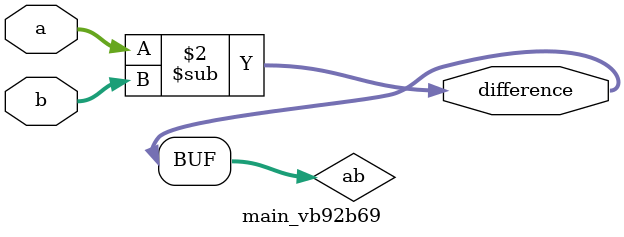
<source format=v>

`default_nettype none

module main #(
 parameter vef23c1 = 1_000_000,
 parameter vaa73d2 = 8'd7,
 parameter v1c8cf8 = 200_000,
 parameter vcbaf3d = 8'd10,
 parameter vc44cc5 = 8'd31,
 parameter v275834 = 80_000_000,
 parameter v6a71f3 = "romm.list",
 parameter v2227fe = "bf8.list",
 parameter ve0da89 = 8'd32,
 parameter v5a81bd = 8'd8,
 parameter v77874e = 0,
 parameter vd6e0a6 = 0,
 parameter v8a0d75 = 0,
 parameter vbfa150 = 255,
 parameter v48f44c = 255,
 parameter v5e4ec8 = 255,
 parameter v6dc2ee = 110,
 parameter vaa573c = 127
) (
 input v6c93f0,
 input va31138,
 input vclk,
 output [7:0] v197355,
 output v319115,
 output v4013e7,
 output v8357d7
);
 localparam p1 = v275834;
 localparam p3 = vef23c1;
 localparam p5 = v77874e;
 localparam p6 = vbfa150;
 localparam p7 = vaa573c;
 localparam p9 = v48f44c;
 localparam p10 = vd6e0a6;
 localparam p12 = vaa573c;
 localparam p13 = v5e4ec8;
 localparam p14 = v8a0d75;
 localparam p16 = v6dc2ee;
 localparam p18 = vcbaf3d;
 localparam p30 = v6a71f3;
 localparam p31 = ve0da89;
 localparam p33 = vc44cc5;
 localparam p36 = vaa73d2;
 localparam p39 = v1c8cf8;
 localparam p42 = v2227fe;
 localparam p43 = v5a81bd;
 wire w0;
 wire w2;
 wire w4;
 wire w8;
 wire w11;
 wire w15;
 wire w17;
 wire [0:7] w19;
 wire w20;
 wire w21;
 wire w22;
 wire w23;
 wire w24;
 wire w25;
 wire w26;
 wire w27;
 wire w28;
 wire [0:7] w29;
 wire [0:7] w32;
 wire [0:7] w34;
 wire [0:7] w35;
 wire w37;
 wire [0:7] w38;
 wire w40;
 wire [0:7] w41;
 wire [0:7] w44;
 wire w45;
 wire [0:7] w46;
 wire [0:7] w47;
 wire [0:7] w48;
 wire w49;
 wire w50;
 wire w51;
 wire w52;
 wire w53;
 wire w54;
 wire w55;
 wire w56;
 wire w57;
 wire w58;
 wire w59;
 assign v319115 = w4;
 assign v4013e7 = w8;
 assign v8357d7 = w15;
 assign w20 = v6c93f0;
 assign w21 = va31138;
 assign w23 = v6c93f0;
 assign w24 = va31138;
 assign v197355 = w38;
 assign w49 = vclk;
 assign w50 = vclk;
 assign w51 = vclk;
 assign w52 = vclk;
 assign w53 = vclk;
 assign w54 = vclk;
 assign w55 = vclk;
 assign w56 = vclk;
 assign w57 = vclk;
 assign w58 = vclk;
 assign w59 = vclk;
 assign w17 = w11;
 assign w23 = w20;
 assign w24 = w21;
 assign w28 = w11;
 assign w28 = w17;
 assign w44 = w38;
 assign w47 = w46;
 assign w48 = w46;
 assign w48 = w47;
 assign w50 = w49;
 assign w51 = w49;
 assign w51 = w50;
 assign w52 = w49;
 assign w52 = w50;
 assign w52 = w51;
 assign w53 = w49;
 assign w53 = w50;
 assign w53 = w51;
 assign w53 = w52;
 assign w54 = w49;
 assign w54 = w50;
 assign w54 = w51;
 assign w54 = w52;
 assign w54 = w53;
 assign w55 = w49;
 assign w55 = w50;
 assign w55 = w51;
 assign w55 = w52;
 assign w55 = w53;
 assign w55 = w54;
 assign w56 = w49;
 assign w56 = w50;
 assign w56 = w51;
 assign w56 = w52;
 assign w56 = w53;
 assign w56 = w54;
 assign w56 = w55;
 assign w57 = w49;
 assign w57 = w50;
 assign w57 = w51;
 assign w57 = w52;
 assign w57 = w53;
 assign w57 = w54;
 assign w57 = w55;
 assign w57 = w56;
 assign w58 = w49;
 assign w58 = w50;
 assign w58 = w51;
 assign w58 = w52;
 assign w58 = w53;
 assign w58 = w54;
 assign w58 = w55;
 assign w58 = w56;
 assign w58 = w57;
 assign w59 = w49;
 assign w59 = w50;
 assign w59 = w51;
 assign w59 = w52;
 assign w59 = w53;
 assign w59 = w54;
 assign w59 = w55;
 assign w59 = w56;
 assign w59 = w57;
 assign w59 = w58;
 v70ff7f vc69fb4 (
  .vef4cea(w0),
  .vb55943(w2),
  .vc24d9f(w11)
 );
 v3e6c24 v02bc91 (
  .v608bd9(w0)
 );
 v2003b1 #(
  .veca477(p1)
 ) v9b05a6 (
  .v22d3e8(w2),
  .vc04c2e(w49)
 );
 v2003b1 #(
  .veca477(p3)
 ) v4d1718 (
  .v22d3e8(w25),
  .vc04c2e(w50)
 );
 v589d01 #(
  .v79a04d(p5),
  .v65ff05(p6),
  .vc78345(p7)
 ) v0db72c (
  .v8aec2f(w4),
  .v4e3a3a(w28),
  .v3984b5(w46),
  .vc27e17(w51)
 );
 v589d01 #(
  .v65ff05(p9),
  .v79a04d(p10),
  .vc78345(p12)
 ) v6e6cda (
  .v8aec2f(w8),
  .v4e3a3a(w11),
  .v3984b5(w47),
  .vc27e17(w52)
 );
 v589d01 #(
  .v65ff05(p13),
  .v79a04d(p14),
  .vc78345(p16)
 ) veeeca6 (
  .v8aec2f(w15),
  .v4e3a3a(w17),
  .v3984b5(w29),
  .vc27e17(w53)
 );
 main_vb92b69 vb92b69 (
  .b(w19),
  .difference(w41),
  .a(w48)
 );
 v36d45a #(
  .vc5c8ea(p18)
 ) veec559 (
  .v7d356d(w19)
 );
 vd3ec3e v411787 (
  .v6eaeb9(w20),
  .ve542c2(w22),
  .vf569b0(w54)
 );
 vd3ec3e v3e8856 (
  .v6eaeb9(w21),
  .ve542c2(w45),
  .vf569b0(w55)
 );
 v91abf1 ve94cf3 (
  .v695853(w23),
  .vcdeb69(w24),
  .v09a613(w26)
 );
 va27ebf vd742dc (
  .v240f0a(w22),
  .v7e3c7c(w25),
  .v02803c(w27),
  .vdcf411(w37)
 );
 va627f5 ve1e535 (
  .va2d5d3(w26),
  .vc53108(w27),
  .v0973c0(w56)
 );
 v02e28e #(
  .v2acdf5(p30),
  .v816a8f(p31)
 ) ve5ffe9 (
  .v2a7461(w29),
  .v627d0b(w32),
  .v4479bb(w57)
 );
 ve729a4 v0b4b33 (
  .v2d4f84(w32),
  .v2c71e5(w34),
  .v9e2649(w40)
 );
 v36d45a #(
  .vc5c8ea(p33)
 ) v716ba8 (
  .v7d356d(w34)
 );
 ve729a4 v6b35b4 (
  .v2c71e5(w35),
  .v9e2649(w37),
  .v2d4f84(w38)
 );
 v36d45a #(
  .vc5c8ea(p36)
 ) vb9ce0a (
  .v7d356d(w35)
 );
 v2003b1 #(
  .veca477(p39)
 ) v41cd17 (
  .v22d3e8(w40),
  .vc04c2e(w58)
 );
 v7cb5aa #(
  .v29c791(p42),
  .v886789(p43)
 ) v1fa80d (
  .v2d85ba(w41),
  .ve29f0a(w44),
  .vc5a6d0(w45),
  .vb5f690(w46),
  .v69dbd9(w59)
 );
endmodule

module v70ff7f (
 input vb55943,
 input vef4cea,
 output vc24d9f
);
 wire w0;
 wire w1;
 wire w2;
 assign w0 = vef4cea;
 assign w1 = vb55943;
 assign vc24d9f = w2;
 v70ff7f_v526aa2 v526aa2 (
  .d(w0),
  .clk(w1),
  .q(w2)
 );
endmodule

module v70ff7f_v526aa2 (
 input clk,
 input d,
 output q
);
 // D flip-flop
 
 reg q = 1'b0;
 
 always @(posedge clk)
 begin
   q <= d;
 end
 
 
endmodule

module v3e6c24 (
 output v608bd9
);
 wire w0;
 assign v608bd9 = w0;
 v3e6c24_v68c173 v68c173 (
  .v(w0)
 );
endmodule

module v3e6c24_v68c173 (
 output v
);
 // Bit 1
 
 assign v = 1'b1;
endmodule

module v2003b1 #(
 parameter veca477 = 12_000_000
) (
 input vc04c2e,
 output v22d3e8
);
 localparam p2 = veca477;
 wire w0;
 wire w1;
 assign w0 = vc04c2e;
 assign v22d3e8 = w1;
 v2003b1_v3805f2 #(
  .M_in(p2)
 ) v3805f2 (
  .clk(w0),
  .clk_out(w1)
 );
endmodule

module v2003b1_v3805f2 #(
 parameter M_in = 0
) (
 input clk,
 output clk_out
);
 //-- module bomba_x1(input wire clk, output wire clk_1hz)
 
 //-- Bombeo de bits de periodo regular a X Hz (Dictado por M y N)
 
 //-- Constante para dividir y obtener una frecuencia de  X Hz
 parameter M = M_in;
 
 //-- Calcular el numero de bits para almacenar M
 localparam N = $clog2(M);
 
 //-- Registro del divisor
 reg [N-1:0] divcounter;
 
 //-- Contador modulo M. tras M pulsos de reloj vuelve a 0
 always @(posedge clk)
   divcounter <= (divcounter == M - 1) ? 0 : divcounter + 1;
 
 //-- Obtener la señal de X Hz. La señal no tiene ciclo del 50%
 wire clk_doublehz;
 assign clk_doublehz = divcounter[N-1]; 
 
 //-- Usamos un biestable T para dividir entre 2 y obtener una señal
 //-- de X Hz y ciclo del 50%
 reg T = 0;
 always @(posedge clk_doublehz)
   T <= ~T;
   
 //-- Señal de salida de 1Hz y ciclo del 50%
 assign clk_out = T;
   
 //endmodule
endmodule

module v589d01 #(
 parameter v79a04d = 8'h00,
 parameter v65ff05 = 8'hFF,
 parameter vc78345 = 8'h7F
) (
 input vc27e17,
 input [0:7] v3984b5,
 input v4e3a3a,
 output v8aec2f
);
 localparam p1 = v65ff05;
 localparam p2 = v79a04d;
 localparam p3 = vc78345;
 wire w0;
 wire w4;
 wire w5;
 wire [0:7] w6;
 assign v8aec2f = w0;
 assign w4 = vc27e17;
 assign w5 = v4e3a3a;
 assign w6 = v3984b5;
 v589d01_v815aa1 #(
  .in_max_angle(p1),
  .in_min_angle(p2),
  .in_home_pos(p3)
 ) v815aa1 (
  .servo(w0),
  .clk(w4),
  .enable_mov(w5),
  .bitpos(w6)
 );
endmodule

module v589d01_v815aa1 #(
 parameter in_min_angle = 0,
 parameter in_max_angle = 0,
 parameter in_home_pos = 0
) (
 input clk,
 input [7:0] bitpos,
 input enable_mov,
 output servo
);
 //-- ServoBit-180
 
 //-- Control de un servo Futaba 3003
 //-- con un bit. Se mueve a dos posiciones
 //-- Si enable movement está 0, el servo se mantiene en la posición "home_pos"
 //-- que se corresonden con 0 / 1
 //-- El angulo total recorrido es de 180 grados
 
 //-- ENTRADAS:
 //--  clk: Señal del sistema (12Mhz)
 //--  bitpos: Bit de posicion (0 - posicion derecha, 1 - posicion izquierda)
      
 //   Bitpos 0   Bitpos 1
 //    ___          ___
 //   | o---->  <----o |
 //   |   |        |   |
 //   |___|        |___|
 
 //-- SALIDAS:
 //-- servo : Señal PWM para controlar el servo
 
 //-- Constantes para el angulo DEL servo
 localparam ANG_0   = 8'h01;
 localparam ANG_45=8'h39;
 localparam ANG_90 = 8'h5F;
 localparam ANG_135=8'hAB;
 localparam ANG_180=8'hE0;
 localparam ANG_120=8'h5F;
 
 parameter min_angle =in_min_angle;
 parameter max_angle =in_max_angle;
 parameter home_pos=in_home_pos;
 
 //-- Posicion del servo cuando el
 //-- bit de entrada es 0
 //-- La corona del servo mira a la derecha
 localparam BIT0 = min_angle;
 
 //-- Posicion el servo cuando el BIT
 //-- de entrada es 1
 //-- La corona del servo mira a la izquierda
 localparam BIT1 = max_angle;
 
 //--Posicion del servo neutra o home
 localparam BITH=home_pos;
 
 
 //-- Posicion de 8 bits del servo
 reg [7:0] pos;
 
 //-- Asignar la posicion de 8 bits
 //-- segun si lo recibido es 0 ó 1 o segun si el enable_mov está activado
 always @(posedge clk)
     begin
     if (enable_mov ==0)
         begin
            pos<=BITH;
         end   
     else if (bitpos>BIT1)
         begin
            pos<=BIT1;
         end
     else if (bitpos<BIT0)
         begin
            pos<=BIT0;
         end
     else
         begin
            pos<=bitpos;
         end
     end
 
 
 //always @(posedge clk)
 //  begin//pos <= bitpos ? BIT1 : BIT0;
 //    if (enable_mov ==0)
 //       pos<=BITH;
 //    else if (bitpos==0)
 //       pos<=BIT0;
 //    else
 //       pos<=BIT1;
 //  end  
   
 //---
 //--- ServoMotor 
 
 //-- M es el valor del divisor para
 //-- obtener tics de M / 12.0 micro-segundos
 localparam M = 94; 
 localparam N = $clog2(M);
 
 //-- Contador para generar los tics
 reg [N-1:0] divcounter = 0;
 
 //-- Flag para indicar que un tic
 //-- ha ocurrido
 reg tic = 0;
 
 //-- Generacion de los tics. Cada
 //-- M ciclos del reloj se genera 1
 always @(posedge clk)
  tic <= (divcounter == M - 2);
 
 //-- Contador modulo M
 always @(posedge clk)
  if (tic)
    divcounter <= 0;
  else
    divcounter <= divcounter + 1;
 
 //-- Contador de la posicion del 
 //-- servo
 reg [10:0] angle_counter = 0;
 
 //-- A la posicion destino hay que
 //-- sumarle un offset, correspondiente
 //-- a los 0.3ms de la posicion inicial
 wire [8:0] pose = {1'b0, pos} + 9'd46;
 
 //-- Con cada tic se incrementa el
 //-- contador de angulo del servo
 always @(posedge clk)
  if (tic)
    angle_counter <= angle_counter + 1;
 
 //-- Cuando el contador es menor que el 
 //-- valor objetivo, la señal de PWM
 //-- del servo se pone 1, y 0 en 
 //-- caso contrario
 
 reg servo;
 
 always @(posedge clk) begin
  servo <= (angle_counter < {2'b00, pose});
  end
 
 
 
 
endmodule

module v36d45a #(
 parameter vc5c8ea = 8'h00
) (
 output [7:0] v7d356d
);
 localparam p1 = vc5c8ea;
 wire [0:7] w0;
 assign v7d356d = w0;
 v36d45a_v465065 #(
  .V(p1)
 ) v465065 (
  .k(w0)
 );
endmodule

module v36d45a_v465065 #(
 parameter V = 0
) (
 output [7:0] k
);
 assign k = V;
endmodule

module vd3ec3e (
 input vf569b0,
 input v6eaeb9,
 output ve542c2
);
 wire w0;
 wire w1;
 wire w2;
 wire w3;
 wire w4;
 assign ve542c2 = w1;
 assign w2 = v6eaeb9;
 assign w3 = vf569b0;
 assign w4 = vf569b0;
 assign w4 = w3;
 v29c50d vc84384 (
  .vc947f0(w0),
  .va5ed64(w1),
  .vcf7ec2(w4)
 );
 v10d933 v37d1e8 (
  .vd4e5d7(w0),
  .v6a82dd(w2),
  .v444878(w3)
 );
endmodule

module v29c50d (
 input vcf7ec2,
 input vc947f0,
 output va5ed64
);
 wire w0;
 wire w1;
 wire w2;
 wire w3;
 wire w4;
 wire w5;
 assign w2 = vcf7ec2;
 assign w3 = vc947f0;
 assign va5ed64 = w4;
 assign w5 = vc947f0;
 assign w5 = w3;
 v8c5d8b vf1e615 (
  .vc6ae1f(w0),
  .vd7ce19(w2),
  .v74a653(w3)
 );
 v7f3e9f v359d19 (
  .v0e28cb(w0),
  .vcbab45(w1)
 );
 vb8ea79 v5ffab8 (
  .v0e28cb(w1),
  .vcbab45(w4),
  .v3ca442(w5)
 );
endmodule

module v8c5d8b (
 input vd7ce19,
 input v74a653,
 output vc6ae1f
);
 wire w0;
 wire w1;
 wire w2;
 assign vc6ae1f = w0;
 assign w1 = v74a653;
 assign w2 = vd7ce19;
 v537d57 vf99111 (
  .vc6ae1f(w0),
  .v74a653(w1),
  .vd7ce19(w2)
 );
endmodule

module v537d57 #(
 parameter vab1fa2 = 0
) (
 input vd7ce19,
 input v74a653,
 output vc6ae1f
);
 localparam p0 = vab1fa2;
 wire w1;
 wire w2;
 wire w3;
 assign w1 = vd7ce19;
 assign w2 = v74a653;
 assign vc6ae1f = w3;
 v7bd255 #(
  .v38488b(p0)
 ) v4746ff (
  .vb55943(w1),
  .vef4cea(w2),
  .vc24d9f(w3)
 );
endmodule

module v7bd255 #(
 parameter v38488b = 0
) (
 input vb55943,
 input vef4cea,
 output vc24d9f
);
 localparam p3 = v38488b;
 wire w0;
 wire w1;
 wire w2;
 assign w0 = vef4cea;
 assign w1 = vb55943;
 assign vc24d9f = w2;
 v7bd255_v526aa2 #(
  .DINI(p3)
 ) v526aa2 (
  .d(w0),
  .clk(w1),
  .q(w2)
 );
endmodule

module v7bd255_v526aa2 #(
 parameter DINI = 0
) (
 input clk,
 input d,
 output q
);
 // D flip-flop
 // parameter DINI = 0;
 
 reg q = DINI;
 
 always @(posedge clk)
 begin
   q <= d;
 end
 
 
endmodule

module v7f3e9f (
 input v0e28cb,
 output vcbab45
);
 wire w0;
 wire w1;
 assign w0 = v0e28cb;
 assign vcbab45 = w1;
 v7f3e9f_vd54ca1 vd54ca1 (
  .a(w0),
  .c(w1)
 );
endmodule

module v7f3e9f_vd54ca1 (
 input a,
 output c
);
 //-- Puerta NOT
 
 //-- module (input wire a, output wire c);
 
 
 assign c = ~a;
 
 
 //-- endmodule
 
endmodule

module vb8ea79 (
 input v0e28cb,
 input v3ca442,
 output vcbab45
);
 wire w0;
 wire w1;
 wire w2;
 assign w0 = v0e28cb;
 assign w1 = v3ca442;
 assign vcbab45 = w2;
 vb8ea79_vf4938a vf4938a (
  .a(w0),
  .b(w1),
  .c(w2)
 );
endmodule

module vb8ea79_vf4938a (
 input a,
 input b,
 output c
);
 //-- Puerta AND
 
 //-- module and (input wire a, input wire b,
 //--             output wire c);
 
 assign c = a & b;
 
 //-- endmodule
endmodule

module v10d933 (
 input v444878,
 input v6a82dd,
 output vd4e5d7
);
 wire w0;
 wire w1;
 wire w2;
 assign vd4e5d7 = w0;
 assign w1 = v444878;
 assign w2 = v6a82dd;
 v10d933_va7041c va7041c (
  .out(w0),
  .clk(w1),
  .in(w2)
 );
endmodule

module v10d933_va7041c (
 input clk,
 input in,
 output out
);
 //-- Debouncer Circuit
 //-- It produces a stable output when the
 //-- input signal is bouncing
 
 reg btn_prev = 0;
 reg btn_out_r = 0;
 
 reg [16:0] counter = 0;
 
 
 always @(posedge clk) begin
 
   //-- If btn_prev and btn_in are differents
   if (btn_prev ^ in == 1'b1) begin
     
       //-- Reset the counter
       counter <= 0;
       
       //-- Capture the button status
       btn_prev <= in;
   end
     
   //-- If no timeout, increase the counter
   else if (counter[16] == 1'b0)
       counter <= counter + 1;
       
   else
     //-- Set the output to the stable value
     btn_out_r <= btn_prev;
 
 end
 
 assign out = btn_out_r;
 
endmodule

module v91abf1 (
 input v695853,
 input vcdeb69,
 output v09a613
);
 wire w0;
 wire w1;
 wire w2;
 wire w3;
 assign v09a613 = w0;
 assign w2 = v695853;
 assign w3 = vcdeb69;
 v4b9553 v3d9ac5 (
  .vcbab45(w1),
  .v0e28cb(w2),
  .v3ca442(w3)
 );
 v0ec077 vfc842e (
  .v25ee73(w0),
  .v4b5bc2(w1)
 );
endmodule

module v4b9553 (
 input v0e28cb,
 input v3ca442,
 output vcbab45
);
 wire w0;
 wire w1;
 wire w2;
 assign w0 = v0e28cb;
 assign w1 = v3ca442;
 assign vcbab45 = w2;
 v4b9553_vf4938a vf4938a (
  .a(w0),
  .b(w1),
  .c(w2)
 );
 v44391c vf4114c (
 
 );
 v44391c vec8c80 (
 
 );
endmodule

module v4b9553_vf4938a (
 input a,
 input b,
 output c
);
 // NAND logic gate
 
 assign c = ~(a & b);
endmodule

module v44391c
;
 v74d69b v949c82 (
 
 );
 v74d69b ve0f5c7 (
 
 );
endmodule

module v74d69b
;
 vef9670 vdb7477 (
 
 );
 vef9670 v826842 (
 
 );
 vef9670 vdc9b55 (
 
 );
 vef9670 vea688b (
 
 );
endmodule

module vef9670
;
 v8450b0 vd09707 (
 
 );
 v8450b0 v38def6 (
 
 );
 v8450b0 v0c6e31 (
 
 );
 v8450b0 v3071e7 (
 
 );
 v8450b0 vca3873 (
 
 );
endmodule

module v8450b0
;

endmodule

module v0ec077 (
 input v4b5bc2,
 output v25ee73
);
 wire w0;
 wire w1;
 wire w2;
 assign v25ee73 = w0;
 assign w1 = v4b5bc2;
 assign w2 = v4b5bc2;
 assign w2 = w1;
 v4b9553 vdf6feb (
  .vcbab45(w0),
  .v0e28cb(w1),
  .v3ca442(w2)
 );
endmodule

module va27ebf (
 input v7e3c7c,
 input v240f0a,
 input v02803c,
 output vdcf411
);
 wire w0;
 wire w1;
 wire w2;
 wire w3;
 wire w4;
 wire w5;
 wire w6;
 wire w7;
 assign vdcf411 = w0;
 assign w3 = v240f0a;
 assign w5 = v02803c;
 assign w6 = v7e3c7c;
 assign w7 = v02803c;
 assign w7 = w5;
 v493ea8 vc43974 (
  .vcbab45(w0),
  .v0e28cb(w1),
  .v3ca442(w2)
 );
 v91abf1 v2029a7 (
  .v09a613(w1),
  .v695853(w6),
  .vcdeb69(w7)
 );
 v0ec077 vee713b (
  .v25ee73(w4),
  .v4b5bc2(w5)
 );
 v91abf1 vcee616 (
  .v09a613(w2),
  .v695853(w3),
  .vcdeb69(w4)
 );
endmodule

module v493ea8 (
 input v0e28cb,
 input v3ca442,
 output vcbab45
);
 wire w0;
 wire w1;
 wire w2;
 wire w3;
 wire w4;
 assign w0 = v0e28cb;
 assign w1 = v3ca442;
 assign vcbab45 = w2;
 v0ec077 v1a413a (
  .v4b5bc2(w0),
  .v25ee73(w3)
 );
 v0ec077 v6168dd (
  .v4b5bc2(w1),
  .v25ee73(w4)
 );
 v4b9553 vdb792a (
  .vcbab45(w2),
  .v0e28cb(w3),
  .v3ca442(w4)
 );
endmodule

module va627f5 (
 input v0973c0,
 input va2d5d3,
 output vc53108
);
 wire w0;
 wire w1;
 wire w2;
 assign w0 = va2d5d3;
 assign vc53108 = w1;
 assign w2 = v0973c0;
 va627f5_vc24f87 vc24f87 (
  .in(w0),
  .out(w1),
  .clk(w2)
 );
endmodule

module va627f5_vc24f87 (
 input clk,
 input in,
 output out
);
 //-- Debouncer Circuit
 //-- It produces a stable output when the
 //-- input signal is bouncing
 
 reg btn_prev = 0;
 reg btn_out_r = 0;
 
 reg [16:0] counter = 0;
 
 
 always @(posedge clk) begin
 
   //-- If btn_prev and btn_in are differents
   if (btn_prev ^ in == 1'b1) begin
     
       //-- Reset the counter
       counter <= 0;
       
       //-- Capture the button status
       btn_prev <= in;
   end
     
   //-- If no timeout, increase the counter
   else if (counter[16] == 1'b0)
       counter <= counter + 1;
       
   else
     //-- Set the output to the stable value
     btn_out_r <= btn_prev;
 
 end
 
 reg T = 0;
 
 always @(posedge btn_out_r)
   T <= ~T;
 
 
 assign out = T;
 
 
 
 
endmodule

module v02e28e #(
 parameter v2acdf5 = "",
 parameter v816a8f = 8'd32
) (
 input v4479bb,
 input [7:0] v627d0b,
 output [7:0] v2a7461
);
 localparam p1 = v2acdf5;
 localparam p3 = v816a8f;
 wire w0;
 wire [0:7] w2;
 wire [0:7] w4;
 assign w0 = v4479bb;
 assign v2a7461 = w2;
 assign w4 = v627d0b;
 v02e28e_vdb04b1 #(
  .ROMFILE(p1),
  .size(p3)
 ) vdb04b1 (
  .clk(w0),
  .D(w2),
  .A(w4)
 );
endmodule

module v02e28e_vdb04b1 #(
 parameter ROMFILE = 0,
 parameter size = 0
) (
 input clk,
 input [7:0] A,
 output [7:0] D
);
 
 //-- ROM memory
 reg [7:0] rom [0:size-1];
 
 //-- Address bus (4 bits)
 wire [7:0] A;
 
 //-- Data bus (8 bits)
 reg [7:0] D;
 
 always @(negedge clk) begin
   D <= rom[A];
 end
 
 
 //-- Memory contents read
 //-- from the ROMFILE file
 initial begin
     if (ROMFILE) $readmemh(ROMFILE, rom);
 end
 
endmodule

module ve729a4 (
 input v9e2649,
 input [7:0] v2c71e5,
 output [7:0] v2d4f84
);
 wire [0:7] w0;
 wire [0:7] w1;
 wire w2;
 wire w3;
 wire [0:7] w4;
 assign w0 = v2c71e5;
 assign w2 = v9e2649;
 assign v2d4f84 = w4;
 assign w4 = w1;
 v63d044 v51ccc4 (
  .va5cf8e(w0),
  .vc26f8e(w1),
  .v2027b7(w3)
 );
 v51424d v19ee8f (
  .v2d4f84(w1),
  .v9e2649(w2),
  .v820ff9(w3)
 );
endmodule

module v63d044 (
 input [7:0] vc26f8e,
 input [7:0] va5cf8e,
 output v2027b7
);
 wire w0;
 wire [0:7] w1;
 wire [0:7] w2;
 assign v2027b7 = w0;
 assign w1 = vc26f8e;
 assign w2 = va5cf8e;
 v63d044_v8a4e43 v8a4e43 (
  .eq(w0),
  .a(w1),
  .b(w2)
 );
endmodule

module v63d044_v8a4e43 (
 input [7:0] a,
 input [7:0] b,
 output eq
);
 
 assign eq = (a == b);
endmodule

module v51424d (
 input v9e2649,
 input v820ff9,
 output [7:0] v2d4f84
);
 wire [0:7] w0;
 wire [0:7] w1;
 wire [0:7] w2;
 wire w3;
 wire w4;
 assign v2d4f84 = w1;
 assign w3 = v9e2649;
 assign w4 = v820ff9;
 assign w1 = w0;
 v869dab v12ac6f (
  .ve0197a(w0),
  .v4493cb(w2)
 );
 v1cd4a8 v1ba6cf (
  .v63a2aa(w0),
  .v4779ac(w2),
  .ve386ea(w3),
  .vdc6593(w4)
 );
endmodule

module v869dab (
 input [7:0] ve0197a,
 output [7:0] v4493cb
);
 wire [0:7] w0;
 wire [0:7] w1;
 assign w0 = ve0197a;
 assign v4493cb = w1;
 v869dab_va480e1 va480e1 (
  .i(w0),
  .o(w1)
 );
endmodule

module v869dab_va480e1 (
 input [7:0] i,
 output [7:0] o
);
 
 assign o = i + 1;
endmodule

module v1cd4a8 (
 input ve386ea,
 input [7:0] v4779ac,
 input vdc6593,
 output [7:0] v63a2aa
);
 wire [0:7] w0;
 wire [0:7] w1;
 wire [0:3] w2;
 wire [0:3] w3;
 wire w4;
 wire w5;
 wire w6;
 wire [0:3] w7;
 wire w8;
 wire [0:3] w9;
 assign w0 = v4779ac;
 assign v63a2aa = w1;
 assign w4 = ve386ea;
 assign w5 = ve386ea;
 assign w6 = vdc6593;
 assign w8 = vdc6593;
 assign w5 = w4;
 assign w8 = w6;
 v08574d vb25dd3 (
  .v3d06d6(w0),
  .vd47139(w3),
  .va80ecf(w7)
 );
 v2e80af ved68f0 (
  .vb226fb(w1),
  .vbb1f02(w2),
  .v0064b3(w9)
 );
 ve09de3 vc51d67 (
  .ve386ea(w4),
  .v2a4745(w7),
  .v1f71b2(w8),
  .v1b9edf(w9)
 );
 ve09de3 v4891f5 (
  .v1b9edf(w2),
  .v2a4745(w3),
  .ve386ea(w5),
  .v1f71b2(w6)
 );
endmodule

module v08574d (
 input [7:0] v3d06d6,
 output [3:0] va80ecf,
 output [3:0] vd47139
);
 wire [0:7] w0;
 wire [0:3] w1;
 wire [0:3] w2;
 assign w0 = v3d06d6;
 assign va80ecf = w1;
 assign vd47139 = w2;
 v08574d_v89b409 v89b409 (
  .i(w0),
  .o1(w1),
  .o0(w2)
 );
endmodule

module v08574d_v89b409 (
 input [7:0] i,
 output [3:0] o1,
 output [3:0] o0
);
 assign {o1,o0} = i;
 
 
endmodule

module v2e80af (
 input [3:0] v0064b3,
 input [3:0] vbb1f02,
 output [7:0] vb226fb
);
 wire [0:3] w0;
 wire [0:3] w1;
 wire [0:7] w2;
 assign w0 = v0064b3;
 assign w1 = vbb1f02;
 assign vb226fb = w2;
 v2e80af_v89b409 v89b409 (
  .i1(w0),
  .i0(w1),
  .o(w2)
 );
endmodule

module v2e80af_v89b409 (
 input [3:0] i1,
 input [3:0] i0,
 output [7:0] o
);
 assign o = {i1,i0};
 
 
endmodule

module ve09de3 (
 input ve386ea,
 input [3:0] v2a4745,
 input v1f71b2,
 output [3:0] v1b9edf
);
 wire [0:3] w0;
 wire [0:3] w1;
 wire [0:1] w2;
 wire [0:1] w3;
 wire [0:1] w4;
 wire [0:1] w5;
 wire w6;
 wire w7;
 wire w8;
 wire w9;
 assign w0 = v2a4745;
 assign v1b9edf = w1;
 assign w6 = ve386ea;
 assign w7 = ve386ea;
 assign w8 = v1f71b2;
 assign w9 = v1f71b2;
 assign w7 = w6;
 assign w9 = w8;
 vccf42e veb43b6 (
  .v21a753(w0),
  .vf24fb3(w4),
  .v9e4a4a(w5)
 );
 ve0583d v8f490d (
  .vadf1ad(w1),
  .v0e5c05(w2),
  .vd1b8eb(w3)
 );
 vfd2df2 ve1c83e (
  .v45c976(w3),
  .vaf74f8(w5),
  .ve386ea(w6),
  .v2ab36b(w9)
 );
 vfd2df2 v5fea58 (
  .v45c976(w2),
  .vaf74f8(w4),
  .ve386ea(w7),
  .v2ab36b(w8)
 );
endmodule

module vccf42e (
 input [3:0] v21a753,
 output [1:0] v9e4a4a,
 output [1:0] vf24fb3
);
 wire [0:3] w0;
 wire [0:1] w1;
 wire [0:1] w2;
 assign w0 = v21a753;
 assign v9e4a4a = w1;
 assign vf24fb3 = w2;
 vccf42e_v89b409 v89b409 (
  .i(w0),
  .o1(w1),
  .o0(w2)
 );
endmodule

module vccf42e_v89b409 (
 input [3:0] i,
 output [1:0] o1,
 output [1:0] o0
);
 assign {o1,o0} = i;
 
 
endmodule

module ve0583d (
 input [1:0] vd1b8eb,
 input [1:0] v0e5c05,
 output [3:0] vadf1ad
);
 wire [0:1] w0;
 wire [0:1] w1;
 wire [0:3] w2;
 assign w0 = vd1b8eb;
 assign w1 = v0e5c05;
 assign vadf1ad = w2;
 ve0583d_v89b409 v89b409 (
  .i1(w0),
  .i0(w1),
  .o(w2)
 );
endmodule

module ve0583d_v89b409 (
 input [1:0] i1,
 input [1:0] i0,
 output [3:0] o
);
 assign o = {i1,i0};
 
 
endmodule

module vfd2df2 (
 input ve386ea,
 input [1:0] vaf74f8,
 input v2ab36b,
 output [1:0] v45c976
);
 wire [0:1] w0;
 wire [0:1] w1;
 wire w2;
 wire w3;
 wire w4;
 wire w5;
 wire w6;
 wire w7;
 wire w8;
 wire w9;
 assign w0 = vaf74f8;
 assign v45c976 = w1;
 assign w3 = ve386ea;
 assign w5 = ve386ea;
 assign w7 = v2ab36b;
 assign w8 = v2ab36b;
 assign w5 = w3;
 assign w8 = w7;
 v1ed638 v78a213 (
  .vc9d8af(w0),
  .v26347c(w2),
  .vc266df(w6)
 );
 vbb32a6 v16a56a (
  .v16058a(w1),
  .v4d8fdf(w4),
  .v29d743(w9)
 );
 v4e67f8 v29fe78 (
  .vc3da60(w2),
  .v666059(w3),
  .vc5e4b6(w8),
  .v71f9a8(w9)
 );
 v4e67f8 v471d0e (
  .v71f9a8(w4),
  .v666059(w5),
  .vc3da60(w6),
  .vc5e4b6(w7)
 );
endmodule

module v1ed638 (
 input [1:0] vc9d8af,
 output v26347c,
 output vc266df
);
 wire [0:1] w0;
 wire w1;
 wire w2;
 assign w0 = vc9d8af;
 assign v26347c = w1;
 assign vc266df = w2;
 v1ed638_v89b409 v89b409 (
  .i(w0),
  .o1(w1),
  .o0(w2)
 );
endmodule

module v1ed638_v89b409 (
 input [1:0] i,
 output o1,
 output o0
);
 assign {o1,o0} = i;
 
 
endmodule

module vbb32a6 (
 input v29d743,
 input v4d8fdf,
 output [1:0] v16058a
);
 wire w0;
 wire w1;
 wire [0:1] w2;
 assign w0 = v29d743;
 assign w1 = v4d8fdf;
 assign v16058a = w2;
 vbb32a6_v89b409 v89b409 (
  .i1(w0),
  .i0(w1),
  .o(w2)
 );
endmodule

module vbb32a6_v89b409 (
 input i1,
 input i0,
 output [1:0] o
);
 assign o = {i1,i0};
 
 
endmodule

module v4e67f8 #(
 parameter v467c37 = 0
) (
 input v666059,
 input vc3da60,
 input vc5e4b6,
 output v71f9a8
);
 localparam p4 = v467c37;
 wire w0;
 wire w1;
 wire w2;
 wire w3;
 assign v71f9a8 = w0;
 assign w1 = vc3da60;
 assign w2 = vc5e4b6;
 assign w3 = v666059;
 vc1a6d3 #(
  .vd93afa(p4)
 ) v3e430e (
  .vef02d7(w0),
  .vc96ba8(w1),
  .ve64610(w2),
  .va44fe0(w3)
 );
endmodule

module vc1a6d3 #(
 parameter vd93afa = 0
) (
 input va44fe0,
 input vc96ba8,
 input ve64610,
 output vef02d7
);
 localparam p1 = vd93afa;
 localparam p7 = vd93afa;
 wire w0;
 wire w2;
 wire w3;
 wire w4;
 wire w5;
 wire w6;
 assign w0 = va44fe0;
 assign vef02d7 = w2;
 assign w4 = vc96ba8;
 assign w5 = ve64610;
 v785abe #(
  .v38488b(p1)
 ) vac2e90 (
  .vb55943(w0),
  .vc24d9f(w2),
  .vef4cea(w3)
 );
 v818f8f v8b5217 (
  .vdcf411(w3),
  .v7e3c7c(w4),
  .v02803c(w5),
  .v240f0a(w6)
 );
 v2eee9f #(
  .va5aba0(p7)
 ) v23e484 (
  .v9b792b(w6)
 );
endmodule

module v785abe #(
 parameter v38488b = 0
) (
 input vb55943,
 input vef4cea,
 output vc24d9f
);
 localparam p3 = v38488b;
 wire w0;
 wire w1;
 wire w2;
 assign w0 = vef4cea;
 assign w1 = vb55943;
 assign vc24d9f = w2;
 v785abe_v526aa2 #(
  .DINI(p3)
 ) v526aa2 (
  .d(w0),
  .clk(w1),
  .q(w2)
 );
endmodule

module v785abe_v526aa2 #(
 parameter DINI = 0
) (
 input clk,
 input d,
 output q
);
 // D flip-flop
 // parameter DINI = 0;
 
 reg q = DINI;
 
 always @(posedge clk)
 begin
   q <= d;
 end
 
 
endmodule

module v818f8f (
 input v7e3c7c,
 input v240f0a,
 input v02803c,
 output vdcf411
);
 wire w0;
 wire w1;
 wire w2;
 wire w3;
 wire w4;
 wire w5;
 wire w6;
 wire w7;
 assign vdcf411 = w0;
 assign w4 = v02803c;
 assign w5 = v02803c;
 assign w6 = v240f0a;
 assign w7 = v7e3c7c;
 assign w5 = w4;
 v32200d v372b35 (
  .vcbab45(w3),
  .v0e28cb(w4)
 );
 v11a6f4 v832cd2 (
  .vcbab45(w1),
  .v0e28cb(w3),
  .v3ca442(w7)
 );
 v2fa1b5 v56cee0 (
  .vcbab45(w0),
  .v0e28cb(w1),
  .v3ca442(w2)
 );
 v11a6f4 va685a3 (
  .vcbab45(w2),
  .v3ca442(w5),
  .v0e28cb(w6)
 );
endmodule

module v32200d (
 input v0e28cb,
 output vcbab45
);
 wire w0;
 wire w1;
 assign w0 = v0e28cb;
 assign vcbab45 = w1;
 v32200d_vd54ca1 vd54ca1 (
  .a(w0),
  .c(w1)
 );
endmodule

module v32200d_vd54ca1 (
 input a,
 output c
);
 // NOT logic gate
 
 assign c = ~ a;
endmodule

module v11a6f4 (
 input v0e28cb,
 input v3ca442,
 output vcbab45
);
 wire w0;
 wire w1;
 wire w2;
 assign w0 = v0e28cb;
 assign w1 = v3ca442;
 assign vcbab45 = w2;
 v11a6f4_vf4938a vf4938a (
  .a(w0),
  .b(w1),
  .c(w2)
 );
endmodule

module v11a6f4_vf4938a (
 input a,
 input b,
 output c
);
 // AND logic gate
 
 assign c = a & b;
endmodule

module v2fa1b5 (
 input v0e28cb,
 input v3ca442,
 output vcbab45
);
 wire w0;
 wire w1;
 wire w2;
 assign w0 = v0e28cb;
 assign w1 = v3ca442;
 assign vcbab45 = w2;
 v2fa1b5_vf4938a vf4938a (
  .a(w0),
  .b(w1),
  .c(w2)
 );
endmodule

module v2fa1b5_vf4938a (
 input a,
 input b,
 output c
);
 // OR logic gate
 
 assign c = a | b;
endmodule

module v2eee9f #(
 parameter va5aba0 = 0
) (
 output v9b792b
);
 localparam p0 = va5aba0;
 wire w1;
 assign v9b792b = w1;
 v2eee9f_v48515b #(
  .V(p0)
 ) v48515b (
  .k(w1)
 );
endmodule

module v2eee9f_v48515b #(
 parameter V = 0
) (
 output k
);
 assign k = V;
 
endmodule

module v7cb5aa #(
 parameter v29c791 = "",
 parameter v886789 = 8'd32
) (
 input v69dbd9,
 input [7:0] v2d85ba,
 input [7:0] ve29f0a,
 input vc5a6d0,
 output [7:0] vb5f690
);
 localparam p0 = v29c791;
 localparam p6 = v886789;
 wire w1;
 wire [0:7] w2;
 wire w3;
 wire [0:7] w4;
 wire [0:7] w5;
 assign w1 = v69dbd9;
 assign w2 = v2d85ba;
 assign w3 = vc5a6d0;
 assign vb5f690 = w4;
 assign w5 = ve29f0a;
 v7cb5aa_v3d99ed #(
  .RAMFILE(p0),
  .size(p6)
 ) v3d99ed (
  .clk(w1),
  .data_in(w2),
  .rw(w3),
  .data(w4),
  .addr(w5)
 );
endmodule

module v7cb5aa_v3d99ed #(
 parameter RAMFILE = 0,
 parameter size = 0
) (
 input clk,
 input [7:0] data_in,
 input [7:0] addr,
 input rw,
 output [7:0] data
);
 //RAM FILE 16x8 A RAM with 16 positions of 8 bits
 
 //-- Memoria
 reg [7:0] ram [0:size-1];
 wire [7:0] addr;
 wire rw;
 wire [7:0] data_in;
 reg [7:0] data;
 
 always @(posedge clk) begin
     
     if (rw==0)//Read mode
         data <= ram[addr];
     else//Write mode
         ram[addr]<=data_in;
 end
 
 //-- Inicializacion de la memoria. 
   initial begin
     if (RAMFILE) $readmemh(RAMFILE, ram);
    end
 
endmodule

module main_vb92b69 (
 input [7:0] a,
 input [7:0] b,
 output [7:0] difference
);
 reg [7:0] ab;
 
 always@(*)
     begin
         ab<=a-b;
     end
 assign difference=ab;
endmodule

</source>
